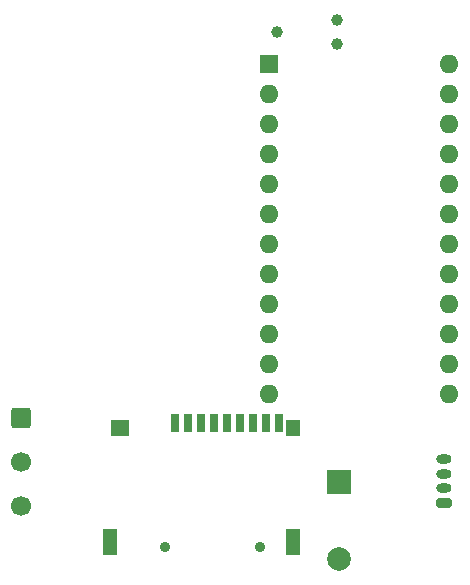
<source format=gbr>
%TF.GenerationSoftware,KiCad,Pcbnew,9.0.2*%
%TF.CreationDate,2025-08-17T18:49:40+06:00*%
%TF.ProjectId,hp3478a-ch32-ext,68703334-3738-4612-9d63-6833322d6578,rev?*%
%TF.SameCoordinates,Original*%
%TF.FileFunction,Soldermask,Bot*%
%TF.FilePolarity,Negative*%
%FSLAX46Y46*%
G04 Gerber Fmt 4.6, Leading zero omitted, Abs format (unit mm)*
G04 Created by KiCad (PCBNEW 9.0.2) date 2025-08-17 18:49:40*
%MOMM*%
%LPD*%
G01*
G04 APERTURE LIST*
G04 Aperture macros list*
%AMRoundRect*
0 Rectangle with rounded corners*
0 $1 Rounding radius*
0 $2 $3 $4 $5 $6 $7 $8 $9 X,Y pos of 4 corners*
0 Add a 4 corners polygon primitive as box body*
4,1,4,$2,$3,$4,$5,$6,$7,$8,$9,$2,$3,0*
0 Add four circle primitives for the rounded corners*
1,1,$1+$1,$2,$3*
1,1,$1+$1,$4,$5*
1,1,$1+$1,$6,$7*
1,1,$1+$1,$8,$9*
0 Add four rect primitives between the rounded corners*
20,1,$1+$1,$2,$3,$4,$5,0*
20,1,$1+$1,$4,$5,$6,$7,0*
20,1,$1+$1,$6,$7,$8,$9,0*
20,1,$1+$1,$8,$9,$2,$3,0*%
G04 Aperture macros list end*
%ADD10RoundRect,0.250000X-0.600000X0.600000X-0.600000X-0.600000X0.600000X-0.600000X0.600000X0.600000X0*%
%ADD11C,1.700000*%
%ADD12RoundRect,0.200000X0.450000X-0.200000X0.450000X0.200000X-0.450000X0.200000X-0.450000X-0.200000X0*%
%ADD13O,1.300000X0.800000*%
%ADD14R,1.600000X1.600000*%
%ADD15O,1.600000X1.600000*%
%ADD16C,0.990600*%
%ADD17R,2.000000X2.000000*%
%ADD18C,2.000000*%
%ADD19C,0.900000*%
%ADD20R,0.700000X1.600000*%
%ADD21R,1.200000X2.200000*%
%ADD22R,1.600000X1.400000*%
%ADD23R,1.200000X1.400000*%
G04 APERTURE END LIST*
D10*
%TO.C,J2*%
X30000000Y-73000000D03*
D11*
X30000000Y-76700000D03*
X30000000Y-80400000D03*
%TD*%
D12*
%TO.C,J4*%
X65755000Y-80200000D03*
D13*
X65755000Y-78950000D03*
X65755000Y-77700000D03*
X65755000Y-76450000D03*
%TD*%
D14*
%TO.C,J1*%
X51000000Y-43000000D03*
D15*
X51000000Y-45540000D03*
X51000000Y-48080000D03*
X51000000Y-50620000D03*
X51000000Y-53160000D03*
X51000000Y-55700000D03*
X51000000Y-58240000D03*
X51000000Y-60780000D03*
X51000000Y-63320000D03*
X51000000Y-65860000D03*
X51000000Y-68400000D03*
X51000000Y-70940000D03*
X66240000Y-70940000D03*
X66240000Y-68400000D03*
X66240000Y-65860000D03*
X66240000Y-63320000D03*
X66240000Y-60780000D03*
X66240000Y-58240000D03*
X66240000Y-55700000D03*
X66240000Y-53160000D03*
X66240000Y-50620000D03*
X66240000Y-48080000D03*
X66240000Y-45540000D03*
X66240000Y-43000000D03*
%TD*%
D16*
%TO.C,DEBUG*%
X51620000Y-40284000D03*
X56700000Y-39268000D03*
X56700000Y-41300000D03*
%TD*%
D17*
%TO.C,BZ1*%
X56900000Y-78450000D03*
D18*
X56900000Y-84950000D03*
%TD*%
D19*
%TO.C,J5*%
X42184968Y-83878145D03*
X50184968Y-83878145D03*
D20*
X42984968Y-73378145D03*
X44084968Y-73378145D03*
X45184968Y-73378145D03*
X46284968Y-73378145D03*
X47384968Y-73378145D03*
X48484968Y-73378145D03*
X49584968Y-73378145D03*
X50684968Y-73378145D03*
X51784968Y-73378145D03*
D21*
X37484968Y-83478145D03*
D22*
X38384968Y-73878145D03*
D23*
X52984968Y-73878145D03*
D21*
X52984968Y-83478145D03*
%TD*%
M02*

</source>
